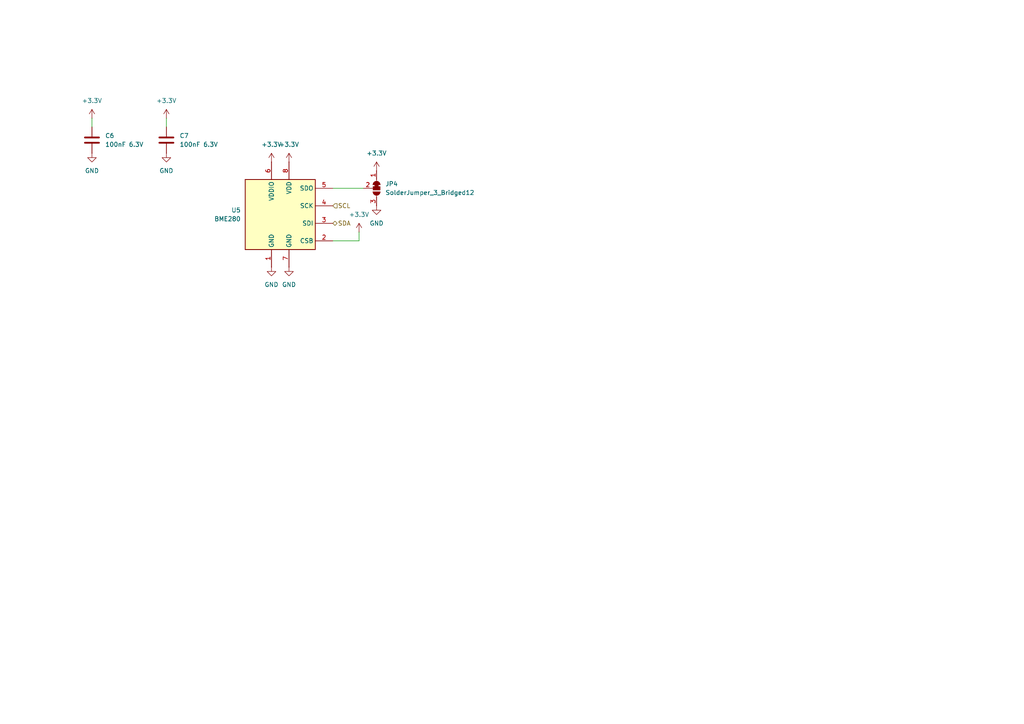
<source format=kicad_sch>
(kicad_sch (version 20231120) (generator "eeschema") (generator_version "8.0")
  (paper "A4")
  (lib_symbols
    (symbol "Device:C" (pin_numbers hide) (pin_names (offset 0.254))
      (property "Reference" "C" (at 0.635 2.54 0))
      (property "Value" "C" (at 0.635 -2.54 0))
      (symbol "C_0_1"
        (polyline (pts (xy -2.032 -0.762) (xy 2.032 -0.762)) (stroke (width 0.508)))
        (polyline (pts (xy -2.032 0.762) (xy 2.032 0.762)) (stroke (width 0.508)))
      )
      (symbol "C_1_1"
        (pin passive line (at 0 3.81 270) (length 2.794) (name "~") (number "1"))
        (pin passive line (at 0 -3.81 90) (length 2.794) (name "~") (number "2"))
      )
    )
    (symbol "Jumper:SolderJumper_3_Bridged12" (pin_names (offset 0) hide) (exclude_from_sim yes) (in_bom no)
      (property "Reference" "JP" (at -2.54 -2.54 0))
      (property "Value" "SolderJumper_3_Bridged12" (at 0 2.794 0))
      (symbol "SolderJumper_3_Bridged12_0_1"
        (rectangle (start -1.016 0.508) (end -0.508 -0.508) (fill (type outline)))
        (arc (start -1.016 1.016) (mid -2.0276 0) (end -1.016 -1.016))
        (arc (start -1.016 1.016) (mid -2.0276 0) (end -1.016 -1.016) (fill (type outline)))
        (rectangle (start -0.508 1.016) (end 0.508 -1.016) (fill (type outline)))
        (polyline (pts (xy -2.54 0) (xy -2.032 0)))
        (polyline (pts (xy -1.016 1.016) (xy -1.016 -1.016)))
        (polyline (pts (xy 0 -1.27) (xy 0 -1.016)))
        (polyline (pts (xy 1.016 1.016) (xy 1.016 -1.016)))
        (polyline (pts (xy 2.54 0) (xy 2.032 0)))
        (arc (start 1.016 -1.016) (mid 2.0276 0) (end 1.016 1.016))
        (arc (start 1.016 -1.016) (mid 2.0276 0) (end 1.016 1.016) (fill (type outline)))
      )
      (symbol "SolderJumper_3_Bridged12_1_1"
        (pin passive line (at -5.08 0 0) (length 2.54) (name "A") (number "1"))
        (pin passive line (at 0 -3.81 90) (length 2.54) (name "C") (number "2"))
        (pin passive line (at 5.08 0 180) (length 2.54) (name "B") (number "3"))
      )
    )
    (symbol "Sensor:BME280"
      (property "Reference" "U" (at -8.89 11.43 0))
      (property "Value" "BME280" (at 7.62 11.43 0))
      (symbol "BME280_0_1"
        (rectangle (start -10.16 10.16) (end 10.16 -10.16) (stroke (width 0.254)) (fill (type background)))
      )
      (symbol "BME280_1_1"
        (pin power_in line (at -2.54 -15.24 90) (length 5.08) (name "GND") (number "1"))
        (pin input line (at 15.24 -7.62 180) (length 5.08) (name "CSB") (number "2"))
        (pin bidirectional line (at 15.24 -2.54 180) (length 5.08) (name "SDI") (number "3"))
        (pin input line (at 15.24 2.54 180) (length 5.08) (name "SCK") (number "4"))
        (pin bidirectional line (at 15.24 7.62 180) (length 5.08) (name "SDO") (number "5"))
        (pin power_in line (at -2.54 15.24 270) (length 5.08) (name "VDDIO") (number "6"))
        (pin power_in line (at 2.54 -15.24 90) (length 5.08) (name "GND") (number "7"))
        (pin power_in line (at 2.54 15.24 270) (length 5.08) (name "VDD") (number "8"))
      )
    )
    (symbol "power:+3.3V" (power) (pin_numbers hide) (pin_names (offset 0) hide)
      (property "Value" "+3.3V" (at 0 3.556 0))
      (symbol "+3.3V_0_1"
        (polyline (pts (xy -0.762 1.27) (xy 0 2.54)))
        (polyline (pts (xy 0 0) (xy 0 2.54)))
        (polyline (pts (xy 0 2.54) (xy 0.762 1.27)))
      )
      (symbol "+3.3V_1_1"
        (pin power_in line (at 0 0 90) (length 0) (name "~") (number "1"))
      )
    )
    (symbol "power:GND" (power) (pin_numbers hide) (pin_names (offset 0) hide)
      (property "Value" "GND" (at 0 -3.81 0))
      (symbol "GND_0_1"
        (polyline (pts (xy 0 0) (xy 0 -1.27) (xy 1.27 -1.27) (xy 0 -2.54) (xy -1.27 -1.27) (xy 0 -1.27)))
      )
      (symbol "GND_1_1"
        (pin power_in line (at 0 0 270) (length 0) (name "~") (number "1"))
      )
    )
  )
  (wire (pts (xy 48.26 34.29) (xy 48.26 36.83)))
  (wire (pts (xy 96.52 54.61) (xy 105.41 54.61)))
  (wire (pts (xy 96.52 69.85) (xy 104.14 69.85)))
  (wire (pts (xy 26.67 34.29) (xy 26.67 36.83)))
  (wire (pts (xy 104.14 69.85) (xy 104.14 67.31)))
  (hierarchical_label "SCL" (shape input) (at 96.52 59.69 0))
  (hierarchical_label "SDA" (shape bidirectional) (at 96.52 64.77 0))
  (symbol (lib_id "power:GND") (at 78.74 77.47 0) (unit 1)
    (property "Reference" "#PWR048" (effects (hide yes)))
    (property "Value" "GND" (at 78.74 82.55 0))
    (property "Description" "Power symbol creates a global label with name \"GND\" , ground" (effects (hide yes)))
  )
  (symbol (lib_id "Device:C") (at 26.67 40.64 0) (unit 1)
    (property "Reference" "C6" (at 30.48 39.3699 0) (effects (justify left)))
    (property "Value" "100nF 6.3V" (at 30.48 41.9099 0) (effects (justify left)))
    (property "Footprint" "Capacitor_SMD:C_0402_1005Metric" (effects (hide yes)))
    (property "Description" "Unpolarized capacitor" (effects (hide yes)))
    (property "LCSC" "C1525" (effects (hide yes)))
  )
  (symbol (lib_id "power:+3.3V") (at 26.67 34.29 0) (unit 1)
    (property "Reference" "#PWR043" (effects (hide yes)))
    (property "Value" "+3.3V" (at 26.67 29.21 0))
    (property "Description" "Power symbol creates a global label with name \"+3.3V\"" (effects (hide yes)))
  )
  (symbol (lib_id "power:GND") (at 109.22 59.69 0) (unit 1)
    (property "Reference" "#PWR053" (effects (hide yes)))
    (property "Value" "GND" (at 109.22 64.77 0))
    (property "Description" "Power symbol creates a global label with name \"GND\" , ground" (effects (hide yes)))
  )
  (symbol (lib_id "power:+3.3V") (at 48.26 34.29 0) (unit 1)
    (property "Reference" "#PWR045" (effects (hide yes)))
    (property "Value" "+3.3V" (at 48.26 29.21 0))
    (property "Description" "Power symbol creates a global label with name \"+3.3V\"" (effects (hide yes)))
  )
  (symbol (lib_id "power:GND") (at 26.67 44.45 0) (unit 1)
    (property "Reference" "#PWR044" (effects (hide yes)))
    (property "Value" "GND" (at 26.67 49.53 0))
    (property "Description" "Power symbol creates a global label with name \"GND\" , ground" (effects (hide yes)))
  )
  (symbol (lib_id "power:+3.3V") (at 104.14 67.31 0) (unit 1)
    (property "Reference" "#PWR051" (effects (hide yes)))
    (property "Value" "+3.3V" (at 104.14 62.23 0))
    (property "Description" "Power symbol creates a global label with name \"+3.3V\"" (effects (hide yes)))
  )
  (symbol (lib_id "power:GND") (at 48.26 44.45 0) (unit 1)
    (property "Reference" "#PWR046" (effects (hide yes)))
    (property "Value" "GND" (at 48.26 49.53 0))
    (property "Description" "Power symbol creates a global label with name \"GND\" , ground" (effects (hide yes)))
  )
  (symbol (lib_id "power:+3.3V") (at 78.74 46.99 0) (unit 1)
    (property "Reference" "#PWR047" (effects (hide yes)))
    (property "Value" "+3.3V" (at 78.74 41.91 0))
    (property "Description" "Power symbol creates a global label with name \"+3.3V\"" (effects (hide yes)))
  )
  (symbol (lib_id "Jumper:SolderJumper_3_Bridged12") (at 109.22 54.61 270) (unit 1) (exclude_from_sim yes) (in_bom no)
    (property "Reference" "JP4" (at 111.76 53.3399 90) (effects (justify left)))
    (property "Value" "SolderJumper_3_Bridged12" (at 111.76 55.8799 90) (effects (justify left)))
    (property "Footprint" "Jumper:SolderJumper-3_P1.3mm_Bridged12_RoundedPad1.0x1.5mm" (effects (hide yes)))
    (property "Description" "3-pole Solder Jumper, pins 1+2 closed/bridged" (effects (hide yes)))
  )
  (symbol (lib_id "power:+3.3V") (at 109.22 49.53 0) (unit 1)
    (property "Reference" "#PWR052" (effects (hide yes)))
    (property "Value" "+3.3V" (at 109.22 44.45 0))
    (property "Description" "Power symbol creates a global label with name \"+3.3V\"" (effects (hide yes)))
  )
  (symbol (lib_id "power:GND") (at 83.82 77.47 0) (unit 1)
    (property "Reference" "#PWR050" (effects (hide yes)))
    (property "Value" "GND" (at 83.82 82.55 0))
    (property "Description" "Power symbol creates a global label with name \"GND\" , ground" (effects (hide yes)))
  )
  (symbol (lib_id "power:+3.3V") (at 83.82 46.99 0) (unit 1)
    (property "Reference" "#PWR049" (effects (hide yes)))
    (property "Value" "+3.3V" (at 83.82 41.91 0))
    (property "Description" "Power symbol creates a global label with name \"+3.3V\"" (effects (hide yes)))
  )
  (symbol (lib_id "Sensor:BME280") (at 81.28 62.23 0) (unit 1)
    (property "Reference" "U5" (at 69.85 60.9599 0) (effects (justify right)))
    (property "Value" "BME280" (at 69.85 63.4999 0) (effects (justify right)))
    (property "Footprint" "Package_LGA:Bosch_LGA-8_2.5x2.5mm_P0.65mm_ClockwisePinNumbering" (effects (hide yes)))
    (property "Datasheet" "https://www.bosch-sensortec.com/media/boschsensortec/downloads/datasheets/bst-bme280-ds002.pdf" (effects (hide yes)))
    (property "Description" "3-in-1 sensor, humidity, pressure, temperature, I2C and SPI interface, 1.71-3.6V, LGA-8" (effects (hide yes)))
    (property "LCSC" "C92489" (effects (hide yes)))
  )
  (symbol (lib_id "Device:C") (at 48.26 40.64 0) (unit 1)
    (property "Reference" "C7" (at 52.07 39.3699 0) (effects (justify left)))
    (property "Value" "100nF 6.3V" (at 52.07 41.9099 0) (effects (justify left)))
    (property "Footprint" "Capacitor_SMD:C_0402_1005Metric" (effects (hide yes)))
    (property "Description" "Unpolarized capacitor" (effects (hide yes)))
    (property "LCSC" "C1525" (effects (hide yes)))
  )
)
</source>
